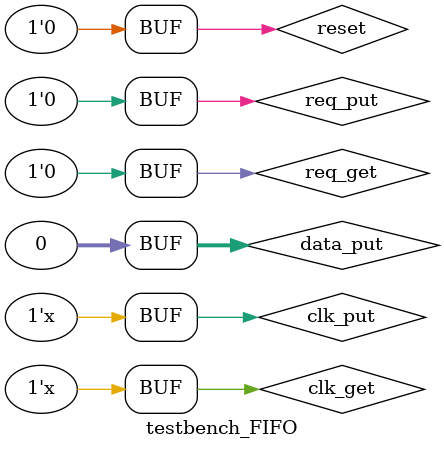
<source format=v>

module testbench_FIFO;
parameter N_BITS=32;
parameter N_CELLS=16;
	// local test signals
	reg    reset;
	reg    clk_put, clk_get;
	reg    req_put,  req_get; 
	reg   [N_BITS-1:0] data_put;
	wire  [N_BITS-1:0] data_get;
	wire   full_out, empty_out;
	
	// instantiate the FIFO module named 'test'
	FIFO_module test(reset, clk_put, clk_get, req_put, req_get, data_put, data_get, full_out, empty_out);
	
	// generate clocks
	always
		#8 clk_put = ~clk_put;
	always
		#22 clk_get = ~clk_get;
		
	// initialize inputs so that inputs/outputs can be displayed
	initial 
		begin
			reset = 1'b1;
			clk_put = 1'b0; // time = 0
			clk_get = 1'b0; 
			req_put = 1'b0; 
			req_get = 1'b0;
			data_put = 32'b00000000000000000000000000000000;
//#27;
			#40; 
			reset = 1'b0;
			data_put = 32'b10101010101010101010101010101010;
	
			// t = 15 ns
			// cell0 has the put token 
			// cell0 has data: 10101010101010101010101010101010
			#20;
			req_put = 1'b1;
		
			#40; 
			req_put = 1'b0;
						
			#60;
			data_put = 32'b11111000001111100000111110000011;
			
			// t = 45 ns
			// cell1 has the put token 
			// cell1 has data: 11111000001111100000111110000011
			#20;
			req_put = 1'b1;
			
			#40;
			req_put = 1'b0;
			
			#60;
			data_put = 32'b11111111111111111111111111111111;
			
			// t = 75 ns
			// cell2 has the put token 
			// cell2 has data: 11111111111111111111111111111111
			#20;
			req_put = 1'b1;
			
			#40;
			req_put = 1'b0;
			
			#60;
			data_put = 32'b11111111111111100000000000000000;
			
			// t = 105 ns
			// cell3 has the put token 
			// cell3 has data: 11111111111111100000000000000000
			#20;
			req_put = 1'b1;
			
			#40;
			req_put = 1'b0;
			
			// t = 132 ns
			// now try to read the stored data		

			// cell0 has the get token
			// read data: 10101010101010101010101010101010
			#65;
			req_get = 1'b1;
			
			// t = 156 ns
			
			#70;
			req_get = 1'b0;
			
			// t = 180 ns
			// cell1 has the get token
			// read data: 11111000001111100000111110000011
			#70;
			req_get = 1'b1;
			
			#70;
			req_get = 1'b0;
			
			// t = 228 ns
			// cell2 has the get token
			// read data: 11111111111111111111111111111111
			#70;
			req_get = 1'b1;
			
			#70;
			req_get = 1'b0;
		
			// t = 276 ns
			// cell3 has the get token
			// read data: 11111111111111100000000000000000
			#70;
			req_get = 1'b1;
			
			// t = 300 ns
			#70;
			req_get = 1'b0;
			
			// t = 350 ns
			// test when both requests are high
			#120;
			req_put = 1'b1;
			req_get = 1'b1;
			
			#20;
			data_put = 32'b11111111111111111111111111111111;
			
			#20;
			data_put = 32'b10101010101010101010101010101010;
			
			#20;
			data_put = 32'b00000000000000000000000000000000;
			
			#20;
			data_put = 32'b11111111111111111111111111111111;
			
			#20;
			data_put = 32'b10101010101010101010101010101010;
			
			#20;
			data_put = 32'b00000000000000000000000000000000;
			
			#20;
			data_put = 32'b11111111111111111111111111111111;
			
			#20;
			data_put = 32'b10101010101010101010101010101010;
			
			#20;
			data_put = 32'b00000000000000000000000000000000;
			
			#20;
			data_put = 32'b11111111111111111111111111111111;
			
			#20;
			data_put = 32'b10101010101010101010101010101010;
			
			#20;
			data_put = 32'b00000000000000000000000000000000;
			
			#20;
			data_put = 32'b11111111111111111111111111111111;
			
			#20;
			data_put = 32'b10101010101010101010101010101010;
			
			#20;
			data_put = 32'b00000000000000000000000000000000;
			
			#20;
			data_put = 32'b11111111111111111111111111111111;
			
			#20;
			data_put = 32'b10101010101010101010101010101010;
			
			#20;
			data_put = 32'b00000000000000000000000000000000;
			
			#20;
			data_put = 32'b11111111111111111111111111111111;
			
			#20;
			data_put = 32'b10101010101010101010101010101010;
			
			#20;
			data_put = 32'b00000000000000000000000000000000;
			
			#20;
			data_put = 32'b11111111111111111111111111111111;
			
			#20;
			data_put = 32'b10101010101010101010101010101010;
			
			#20;
			data_put = 32'b00000000000000000000000000000000;
			
			#20;
			data_put = 32'b11111111111111111111111111111111;
			
			#20;
			data_put = 32'b10101010101010101010101010101010;
			
			#20;
			data_put = 32'b00000000000000000000000000000000;
			
			#20;
			data_put = 32'b11111111111111111111111111111111;
			
			#20;
			data_put = 32'b10101010101010101010101010101010;
			
			#20;
			data_put = 32'b00000000000000000000000000000000;
			
			#20;
			data_put = 32'b11111111111111111111111111111111;
			
			#20;
			data_put = 32'b10101010101010101010101010101010;
			
			#20;
			data_put = 32'b00000000000000000000000000000000;
			
			#20;
			data_put = 32'b11111111111111111111111111111111;
			
			#20;
			data_put = 32'b10101010101010101010101010101010;
			
			#20;
			data_put = 32'b00000000000000000000000000000000;
			
			#20;
			data_put = 32'b11111111111111111111111111111111;
			
			#20;
			data_put = 32'b10101010101010101010101010101010;
			
			#20;
			data_put = 32'b00000000000000000000000000000000;
			
			#20;
			data_put = 32'b11111111111111111111111111111111;
			
			#20;
			data_put = 32'b10101010101010101010101010101010;
			
			#20;
			data_put = 32'b00000000000000000000000000000000;
			
			#20;
			data_put = 32'b11111111111111111111111111111111;
			
			#20;
			data_put = 32'b10101010101010101010101010101010;
			
			#20;
			data_put = 32'b00000000000000000000000000000000;
			
			#20;
			data_put = 32'b11111111111111111111111111111111;
			
			#20;
			data_put = 32'b10101010101010101010101010101010;
			
			#20;
			data_put = 32'b00000000000000000000000000000000;
			
			#20;
			data_put = 32'b11111111111111111111111111111111;
			
			#20;
			data_put = 32'b10101010101010101010101010101010;
			
			#20;
			data_put = 32'b00000000000000000000000000000000;
			
			#20;
			data_put = 32'b11111111111111111111111111111111;
			
			#20;
			data_put = 32'b10101010101010101010101010101010;
			
			#20;
			data_put = 32'b00000000000000000000000000000000;
			
			#2000;			
			req_put = 1'b0;
			
			#1000;
			req_get = 1'b0;
			
			#20;
			
			
		end
endmodule

</source>
